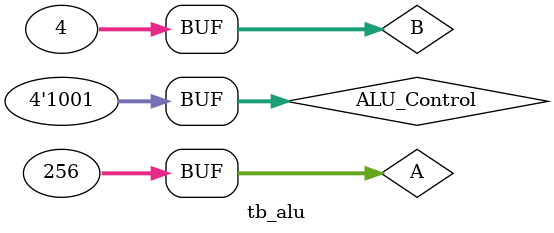
<source format=v>
`timescale 1ns / 1ps

module tb_alu;

//Inputs
reg [31 : 0] A;
reg [31 : 0] B;
reg [3 : 0] ALU_Control;

//Outputs
wire [31 : 0] ALU_Out;
wire OVF;

//Instantiate DUT
alu DUT( .A(A), .B(B), .ALU_Control(ALU_Control), .ALU_Out(ALU_Out), .OVF(OVF) );

initial
begin
    A = 32'h00000100;   // 7fffffff
    B = 32'h00000004;   // 80000000
end

initial
begin
    ALU_Control = 4'b0000;
    # 100 ALU_Control = 4'b0001;
    # 100 ALU_Control = 4'b0010;
    # 100 ALU_Control = 4'b0011;
    # 100 ALU_Control = 4'b0100;
    # 100 ALU_Control = 4'b0101;
    # 100 ALU_Control = 4'b0110;
    # 100 ALU_Control = 4'b0111;
    # 100 ALU_Control = 4'b1000;
    # 100 ALU_Control = 4'b1001;
end

endmodule


</source>
